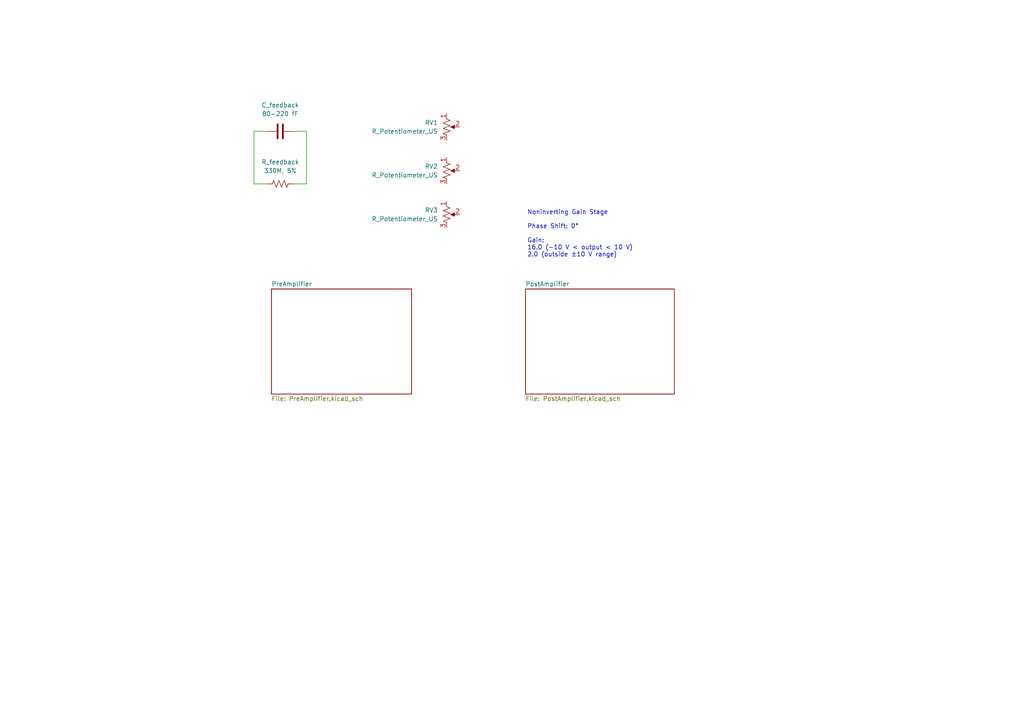
<source format=kicad_sch>
(kicad_sch (version 20250114) (generator "eeschema") (generator_version "9.0")
  (paper "A4")
  (lib_symbols
    (symbol "Device:C" (pin_numbers (hide yes)) (pin_names (offset 0.254))
      (property "Reference" "C" (at 0.635 2.54 0))
      (property "Value" "C" (at 0.635 -2.54 0))
      (symbol "C_0_1"
        (polyline (pts (xy -2.032 0.762) (xy 2.032 0.762)) (stroke (width 0.508)))
        (polyline (pts (xy -2.032 -0.762) (xy 2.032 -0.762)) (stroke (width 0.508)))
      )
      (symbol "C_1_1"
        (pin passive line (at 0 3.81 270) (length 2.794) (name "~") (number "1"))
        (pin passive line (at 0 -3.81 90) (length 2.794) (name "~") (number "2"))
      )
    )
    (symbol "Device:R_Potentiometer_US" (pin_names (offset 1.016) (hide yes))
      (property "Reference" "RV" (at -4.445 0 90))
      (property "Value" "R_Potentiometer_US" (at -2.54 0 90))
      (symbol "R_Potentiometer_US_0_1"
        (polyline (pts (xy 0 2.54) (xy 0 2.286)))
        (polyline (pts (xy 0 2.286) (xy 1.016 1.905) (xy 0 1.524) (xy -1.016 1.143) (xy 0 0.762)))
        (polyline (pts (xy 0 0.762) (xy 1.016 0.381) (xy 0 0) (xy -1.016 -0.381) (xy 0 -0.762)))
        (polyline (pts (xy 0 -0.762) (xy 1.016 -1.143) (xy 0 -1.524) (xy -1.016 -1.905) (xy 0 -2.286)))
        (polyline (pts (xy 0 -2.286) (xy 0 -2.54)))
        (polyline (pts (xy 1.143 0) (xy 2.286 0.508) (xy 2.286 -0.508) (xy 1.143 0)) (fill (type outline)))
        (polyline (pts (xy 2.54 0) (xy 1.524 0)))
      )
      (symbol "R_Potentiometer_US_1_1"
        (pin passive line (at 0 3.81 270) (length 1.27) (name "1") (number "1"))
        (pin passive line (at 0 -3.81 90) (length 1.27) (name "3") (number "3"))
        (pin passive line (at 3.81 0 180) (length 1.27) (name "2") (number "2"))
      )
    )
    (symbol "Device:R_US" (pin_numbers (hide yes)) (pin_names (offset 0))
      (property "Reference" "R" (at 2.54 0 90))
      (property "Value" "R_US" (at -2.54 0 90))
      (symbol "R_US_0_1"
        (polyline (pts (xy 0 2.286) (xy 0 2.54)))
        (polyline (pts (xy 0 2.286) (xy 1.016 1.905) (xy 0 1.524) (xy -1.016 1.143) (xy 0 0.762)))
        (polyline (pts (xy 0 0.762) (xy 1.016 0.381) (xy 0 0) (xy -1.016 -0.381) (xy 0 -0.762)))
        (polyline (pts (xy 0 -0.762) (xy 1.016 -1.143) (xy 0 -1.524) (xy -1.016 -1.905) (xy 0 -2.286)))
        (polyline (pts (xy 0 -2.286) (xy 0 -2.54)))
      )
      (symbol "R_US_1_1"
        (pin passive line (at 0 3.81 270) (length 1.27) (name "~") (number "1"))
        (pin passive line (at 0 -3.81 90) (length 1.27) (name "~") (number "2"))
      )
    )
  )
  (text "Noninverting Gain Stage\n\nPhase Shift: 0°\n\nGain:\n16.0 (-10 V < output < 10 V)\n2.0 (outside ±10 V range)" (at 152.908 67.818 0) (effects (font (size 1.27 1.27)) (justify left)))
  (wire (pts (xy 77.47 53.34) (xy 73.66 53.34)))
  (wire (pts (xy 73.66 53.34) (xy 73.66 38.1)))
  (wire (pts (xy 73.66 38.1) (xy 77.47 38.1)))
  (wire (pts (xy 85.09 53.34) (xy 88.9 53.34)))
  (wire (pts (xy 85.09 38.1) (xy 88.9 38.1)))
  (wire (pts (xy 88.9 38.1) (xy 88.9 53.34)))
  (symbol (lib_id "Device:C") (at 81.28 38.1 90) (unit 1) (on_board no)
    (property "Reference" "C_feedback" (at 81.28 30.48 90))
    (property "Value" "80-220 fF" (at 81.28 33.02 90))
    (property "Description" "Unpolarized capacitor" (effects (hide yes)))
  )
  (symbol (lib_id "Device:R_US") (at 81.28 53.34 90) (unit 1)
    (property "Reference" "R_feedback" (at 81.28 46.99 90))
    (property "Value" "330M, 5%" (at 81.28 49.53 90))
    (property "Description" "Resistor, US symbol" (effects (hide yes)))
    (property "Purchase Link" "https://www.digikey.com/en/products/detail/vishay-dale/CRCW0805330MJPEAHR/5074908" (effects (hide yes)))
  )
  (symbol (lib_id "Device:R_Potentiometer_US") (at 129.54 49.53 0) (unit 1)
    (property "Reference" "RV2" (at 127 48.2599 0) (effects (justify right)))
    (property "Value" "R_Potentiometer_US" (at 127 50.7999 0) (effects (justify right)))
    (property "Description" "Potentiometer, US symbol" (effects (hide yes)))
  )
  (symbol (lib_id "Device:R_Potentiometer_US") (at 129.54 62.23 0) (unit 1)
    (property "Reference" "RV3" (at 127 60.9599 0) (effects (justify right)))
    (property "Value" "R_Potentiometer_US" (at 127 63.4999 0) (effects (justify right)))
    (property "Description" "Potentiometer, US symbol" (effects (hide yes)))
  )
  (symbol (lib_id "Device:R_Potentiometer_US") (at 129.54 36.83 0) (unit 1)
    (property "Reference" "RV1" (at 127 35.5599 0) (effects (justify right)))
    (property "Value" "R_Potentiometer_US" (at 127 38.0999 0) (effects (justify right)))
    (property "Description" "Potentiometer, US symbol" (effects (hide yes)))
  )
  (sheet (at 152.4 83.82) (size 43.18 30.48) (stroke (width 0.1524))
    (property "Sheetname" "PostAmplifier" (at 152.4 83.1084 0) (effects (justify left bottom)))
    (property "Sheetfile" "PostAmplifier.kicad_sch" (at 152.4 114.8846 0) (effects (justify left top)))
  )
  (sheet (at 78.74 83.82) (size 40.64 30.48) (stroke (width 0.1524))
    (property "Sheetname" "PreAmplifier" (at 78.74 83.1084 0) (effects (justify left bottom)))
    (property "Sheetfile" "PreAmplifier.kicad_sch" (at 78.74 114.8846 0) (effects (justify left top)))
  )
)
</source>
